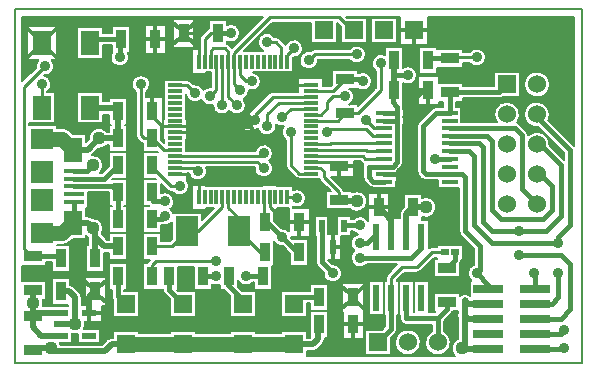
<source format=gtl>
%FSLAX23Y23*%
%MOIN*%
G04 EasyPC Gerber Version 17.0 Build 3379 *
%ADD24R,0.01181X0.04724*%
%ADD75R,0.02000X0.04000*%
%ADD76R,0.02000X0.05000*%
%ADD74R,0.02362X0.08661*%
%ADD25R,0.04724X0.01181*%
%ADD78R,0.05400X0.01200*%
%ADD29R,0.06500X0.01575*%
%ADD73R,0.05000X0.02200*%
%ADD77R,0.02569X0.02362*%
%ADD80R,0.09843X0.02953*%
%ADD22R,0.03543X0.06299*%
%ADD23R,0.06299X0.03543*%
%ADD28R,0.06299X0.08268*%
%ADD81R,0.07480X0.10000*%
%ADD12R,0.06000X0.06000*%
%ADD72R,0.06300X0.06300*%
%ADD26R,0.07480X0.07087*%
%ADD27R,0.07480X0.07480*%
%ADD10C,0.00500*%
%ADD16C,0.01000*%
%ADD107C,0.01200*%
%ADD19C,0.01500*%
%ADD18C,0.02000*%
%ADD15C,0.03600*%
%ADD17C,0.04400*%
%ADD82C,0.05000*%
%ADD13C,0.06000*%
%ADD79R,0.06299X0.07874*%
X0Y0D02*
D02*
D10*
X2599Y55D02*
X4489D01*
Y1236*
X2599*
Y55*
X2624Y328D02*
X2703D01*
Y267*
X2691*
G75*
G02X2692Y245I-32J-13*
G01*
X2713*
Y246*
X2776*
Y251*
X2722*
Y339*
X2782*
Y317*
G75*
G02X2795Y311I-3J-22*
G01*
X2815Y291*
G75*
G02X2821Y275I-16J-16*
G01*
Y251*
X2831*
Y344*
X2901*
Y246*
X2889*
Y194*
X2832*
G75*
G02X2830Y171I-33J-9*
G01*
X2884*
Y124*
X2809*
Y152*
G75*
G02X2788I-11J33*
G01*
Y124*
X2748*
G75*
G02X2751Y117I-29J-19*
G01*
X2890*
X2906Y134*
G75*
G02X2922Y140I16J-16*
G01*
X2925*
Y162*
X3013*
Y155*
X3115*
Y162*
X3203*
Y155*
X3315*
Y162*
X3403*
Y155*
X3485*
Y162*
X3573*
Y140*
X3583*
X3583Y141*
X3582*
Y229*
X3642*
Y141*
X3631*
Y135*
G75*
G02X3625Y119I-23*
G01*
X3608Y102*
G75*
G02X3592Y95I-16J16*
G01*
X3573*
Y80*
X4065*
G75*
G02X4076Y137I24J25*
G01*
Y202*
G75*
G02Y227I22J12*
G01*
Y228*
X4058*
G75*
G02X4053Y221I-19J7*
G01*
X4036Y204*
G75*
G02X4029Y192I-23J6*
G01*
Y162*
G75*
G02X4051Y125I-20J-38*
G01*
G75*
G02X3966I-43*
G01*
G75*
G02X3989Y162I43*
G01*
Y183*
X3904*
G75*
G02X3882Y205J22*
G01*
Y217*
X3880*
Y328*
X3928*
Y227*
X3930*
Y328*
X3978*
Y227*
X3998*
G75*
G02X3999Y228I16J-17*
G01*
X3995*
Y288*
X4083*
Y281*
G75*
G02X4115Y281I16J-16*
G01*
X4115Y281*
Y331*
X4120*
G75*
G02X4129Y384I19J24*
G01*
Y437*
X4085Y481*
G75*
G02X4079Y495I14J14*
G01*
Y641*
X4008*
Y665*
X3969*
G75*
G02X3954Y671J20*
G01*
X3945Y681*
G75*
G02X3939Y695I14J14*
G01*
Y845*
G75*
G02X3945Y859I20*
G01*
X3990Y904*
G75*
G02X4004Y910I14J-14*
G01*
X4026*
Y927*
X4011*
Y916*
X3941*
Y1014*
X4011*
Y988*
X4093*
Y978*
X4196*
Y1027*
X4281*
Y942*
X4225*
G75*
G02X4212Y938I-13J15*
G01*
X4093*
Y927*
X4070*
Y909*
X4087*
Y859*
X4205*
G75*
G02X4239Y927I34J26*
G01*
G75*
G02X4272Y858J-43*
G01*
G75*
G02X4279Y853I-7J-19*
G01*
X4303Y829*
G75*
G02X4309Y815I-14J-14*
G01*
G75*
G02X4381Y781I30J-30*
G01*
X4429Y733*
Y757*
X4343Y843*
G75*
G02X4339Y842I-4J42*
G01*
G75*
G02Y927J43*
G01*
G75*
G02X4377Y865J-43*
G01*
X4463Y779*
G75*
G02X4464Y778I-14J-14*
G01*
Y1211*
X3976*
Y1117*
X3881*
Y1211*
X3702*
X3705Y1207*
X3771*
Y1122*
X3686*
Y1177*
X3672Y1191*
X3671*
Y1122*
X3586*
Y1191*
X3456*
X3362Y1097*
X3426*
G75*
G02X3408Y1125I13J28*
G01*
G75*
G02X3464Y1142I31*
G01*
X3469*
G75*
G02X3481Y1137J-18*
G01*
X3499Y1119*
G75*
G02X3501Y1117I-12J-12*
G01*
G75*
G02X3559Y1105I28J-12*
G01*
G75*
G02X3525Y1075I-31*
G01*
Y1025*
X3393*
G75*
G02X3419Y995I-4J-30*
G01*
G75*
G02X3379Y966I-31*
G01*
G75*
G02X3379Y965I-31J-1*
G01*
G75*
G02X3360Y937I-31*
G01*
G75*
G02X3369Y915I-21J-22*
G01*
G75*
G02X3314Y897I-31*
G01*
G75*
G02X3258Y915I-25J17*
G01*
G75*
G02X3258Y916I31J0*
G01*
G75*
G02X3221Y934I-10J29*
G01*
G75*
G02X3169Y951I-22J21*
G01*
Y868*
X3174*
Y802*
X3169*
Y764*
X3400*
G75*
G02X3459Y755I29J-9*
G01*
G75*
G02X3446Y730I-31*
G01*
G75*
G02X3459Y705I-17J-25*
G01*
G75*
G02X3398I-31*
G01*
G75*
G02X3399Y709I30*
G01*
X3236*
G75*
G02X3239Y695I-27J-14*
G01*
G75*
G02X3179Y689I-31*
G01*
X3174*
Y664*
X3173*
G75*
G02X3179Y645I-24J-19*
G01*
G75*
G02X3124Y627I-31*
G01*
X3119*
G75*
G02X3107Y633J18*
G01*
X3086Y653*
Y622*
G75*
G02X3116Y570I13J-28*
G01*
G75*
G02X3127Y557I-18J-25*
G01*
X3222*
Y532*
X3263Y572*
X3235*
Y567*
X3188*
Y650*
X3235*
Y645*
X3424*
Y650*
X3471*
Y645*
X3525*
Y632*
G75*
G02X3569Y605I14J-27*
G01*
G75*
G02X3525Y578I-31*
G01*
Y574*
X3581*
Y476*
X3519*
G75*
G02X3519Y475I-30J-1*
G01*
G75*
G02X3519Y473I-31J0*
G01*
X3523Y469*
X3576*
Y381*
X3516*
Y420*
X3491Y445*
G75*
G02X3462Y460I-2J30*
G01*
Y381*
X3456*
Y301*
X3395*
Y325*
X3392*
G75*
G02X3342Y331I-23J20*
G01*
Y310*
X3356Y296*
X3403*
Y208*
X3315*
Y281*
X3295Y301*
X3295Y301*
X3281*
Y317*
G75*
G02X3256Y317I-13J28*
G01*
Y301*
X3195*
Y377*
X3142*
Y301*
X3138*
X3143Y296*
X3203*
Y208*
X3115*
Y268*
X3098Y285*
G75*
G02X3092Y299I14J14*
G01*
Y301*
X3025*
Y389*
X3040*
G75*
G02X3043Y394I16J-7*
G01*
X3050Y401*
X3026*
Y489*
X3086*
Y462*
X3115*
X3122Y470*
Y525*
G75*
G02X3092Y515I-23J20*
G01*
G75*
G02X3089Y515I-3J20*
G01*
X3086*
Y491*
X3025*
Y579*
X3047*
G75*
G02X3045Y581I12J16*
G01*
X3025*
Y669*
X3070*
X3068Y671*
X3025*
Y759*
X3077*
X3075Y761*
X3025*
Y788*
G75*
G02X3017Y793I4J17*
G01*
X3007Y803*
G75*
G02X3001Y815I12J12*
G01*
Y960*
G75*
G02X2988Y985I18J25*
G01*
G75*
G02X3049I31*
G01*
G75*
G02X3036Y960I-31*
G01*
Y944*
X3091*
Y846*
X3086*
Y799*
X3096Y789*
Y802*
X3091*
Y868*
X3096*
Y1001*
X3169*
Y1000*
X3171*
G75*
G02X3184Y995J-18*
G01*
X3194Y985*
G75*
G02X3227Y966I5J-30*
G01*
G75*
G02X3253Y975I22J-21*
G01*
Y1025*
X3235*
Y1020*
X3188*
Y1102*
X3214*
Y1135*
G75*
G02X3219Y1147I18*
G01*
X3239Y1167*
G75*
G02X3246Y1172I12J-12*
G01*
Y1199*
X3306*
Y1183*
G75*
G02X3349Y1155I13J-28*
G01*
G75*
G02X3306Y1127I-31*
G01*
Y1121*
G75*
G02X3311Y1117I-7J-16*
G01*
X3322Y1107*
X3426Y1211*
X2624*
Y995*
X2669Y1040*
G75*
G02X2668Y1045I30J5*
G01*
G75*
G02X2677Y1066I31J0*
G01*
X2640*
Y1180*
X2738*
Y1066*
X2721*
G75*
G02X2696Y1015I-22J-21*
G01*
G75*
G02X2706Y960I-7J-30*
G01*
Y959*
X2733*
Y855*
X2646*
Y850*
X2739*
Y840*
X2756*
G75*
G02X2782Y829J-38*
G01*
X2791Y821*
X2835*
Y793*
X2845Y802*
G75*
G02X2844Y805I34J3*
G01*
G75*
G02X2905Y827I35*
G01*
X2911*
Y849*
X2918*
Y851*
X2912*
Y884*
X2893*
Y855*
X2805*
Y959*
X2893*
Y929*
X2912*
Y939*
X2972*
Y851*
X2966*
Y849*
X2972*
Y761*
X2911*
Y782*
X2905*
G75*
G02X2876Y771I-26J23*
G01*
X2857Y751*
G75*
G02X2855Y749I-16J16*
G01*
G75*
G02X2883Y691I4J-34*
G01*
X2889*
X2911Y713*
Y759*
X2972*
Y671*
X2926*
X2924Y669*
X2972*
Y581*
X2962*
Y579*
X2972*
Y491*
X2911*
Y579*
X2922*
Y581*
X2911*
Y625*
X2841*
Y573*
X2835*
Y545*
X2841*
G75*
G02X2856Y539J-23*
G01*
G75*
G02X2889Y488I3J-34*
G01*
Y487*
G75*
G02X2891Y482I-22J-12*
G01*
X2906Y467*
X2912*
Y489*
X2972*
Y401*
X2912*
Y422*
X2896*
Y361*
X2836*
Y449*
X2844*
Y462*
G75*
G02X2841Y475I22J12*
G01*
G75*
G02X2841Y476I26J0*
G01*
G75*
G02X2835Y480I18J29*
G01*
Y469*
X2791*
X2783Y461*
G75*
G02X2756Y450I-27J27*
G01*
X2739*
Y449*
X2782*
Y361*
X2722*
Y392*
X2703*
Y381*
X2624*
Y328*
X2893Y1115D02*
Y1071D01*
X2805*
Y1175*
X2893*
Y1155*
X2922*
Y1179*
X2982*
Y1091*
X2975*
G75*
G02X2979Y1075I-26J-16*
G01*
G75*
G02X2918I-31*
G01*
G75*
G02X2923Y1091I31*
G01*
X2922*
Y1115*
X2893*
X2922Y301D02*
X2911D01*
Y389*
X2972*
Y301*
X2962*
Y296*
X3013*
Y208*
X2925*
Y268*
G75*
G02X2922Y279I17J11*
G01*
Y301*
X3101Y1184D02*
Y1086D01*
X3031*
Y1184*
X3101*
X3197Y1204D02*
Y1106D01*
X3127*
Y1204*
X3197*
X3383Y891D02*
G75*
G02X3387Y896I16J-8D01*
G01*
X3447Y956*
G75*
G02X3459Y961I12J-12*
G01*
X3544*
Y1006*
X3626*
Y980*
X3653*
X3655Y982*
Y1032*
X3743*
Y1022*
X3744*
G75*
G02X3789Y995I15J-27*
G01*
G75*
G02X3740Y971I-31*
G01*
X3714*
G75*
G02X3713Y918I-15J-27*
G01*
X3743*
Y914*
X3789Y959*
G75*
G02X3801Y974I20J-5*
G01*
Y1030*
G75*
G02X3832Y1083I18J25*
G01*
Y1109*
X3892*
Y1040*
G75*
G02X3939Y1015I17J-25*
G01*
G75*
G02X3892Y989I-31*
G01*
Y921*
X3891*
G75*
G02X3894Y910I-17J-11*
G01*
Y902*
G75*
G02Y878I-20J-12*
G01*
Y877*
G75*
G02Y853I-20J-12*
G01*
Y726*
G75*
G02X3888Y712I-20*
G01*
X3874Y698*
Y662*
X3869*
Y641*
X3838*
G75*
G02X3830Y640I-8J18*
G01*
X3794*
G75*
G02X3780Y646J20*
G01*
X3765Y661*
G75*
G02X3759Y675I14J14*
G01*
Y711*
G75*
G02X3761Y720I20*
G01*
G75*
G02X3755Y724I6J16*
G01*
X3750Y729*
X3728*
Y677*
X3652*
X3691Y637*
G75*
G02X3696Y628I-12J-12*
G01*
X3723*
Y625*
G75*
G02X3773Y595I16J-31*
G01*
G75*
G02X3718Y568I-35*
G01*
X3635*
Y628*
X3651*
X3617Y663*
G75*
G02X3613Y669I12J12*
G01*
X3549*
Y670*
X3547*
G75*
G02X3534Y675J18*
G01*
X3507Y703*
G75*
G02X3501Y715I12J12*
G01*
Y800*
G75*
G02X3496Y845I18J25*
G01*
G75*
G02X3469Y852I-7J30*
G01*
G75*
G02X3410Y836I-30J-7*
G01*
G75*
G02X3383Y891I-11J29*
G01*
X3573Y255D02*
Y208D01*
X3485*
Y296*
X3573*
Y295*
X3581*
Y319*
X3642*
Y231*
X3581*
Y255*
X3573*
X3584Y1095D02*
X3587Y1097D01*
G75*
G02X3599Y1102I12J-12*
G01*
X3714*
G75*
G02X3769Y1085I25J-18*
G01*
G75*
G02X3714Y1067I-31*
G01*
X3609*
G75*
G02X3609Y1065I-30J-2*
G01*
G75*
G02X3548I-31*
G01*
G75*
G02X3584Y1095I31*
G01*
X3601Y480D02*
X3599D01*
Y545*
X3644*
Y485*
X3674*
Y545*
X3719*
Y535*
X3726*
G75*
G02X3777Y528I23J-20*
G01*
Y624*
X3847*
Y538*
X3881*
Y553*
G75*
G02X3888Y569I23*
G01*
X3896Y577*
Y619*
X3956*
Y607*
G75*
G02X4003Y575I13J-32*
G01*
G75*
G02X3956Y543I-35*
G01*
Y533*
X3978*
Y439*
G75*
G02X3989Y442I11J-14*
G01*
X4007*
Y449*
X4091*
Y401*
X4086*
Y399*
G75*
G02X4083Y389I-20*
G01*
Y342*
X3995*
Y402*
X4007*
Y407*
X3996*
X3951Y363*
G75*
G02X3939Y357I-12J12*
G01*
X3896*
X3871Y333*
Y328*
X3878*
Y217*
X3874*
Y170*
G75*
G02X3868Y156I-20*
G01*
X3851Y139*
Y82*
X3766*
Y167*
X3823*
X3834Y178*
Y217*
X3830*
Y328*
X3836*
Y340*
G75*
G02X3842Y352I18*
G01*
X3874Y385*
X3772*
G75*
G02X3718Y405I-23J20*
G01*
G75*
G02X3731Y430I31*
G01*
G75*
G02X3743Y485I17J25*
G01*
G75*
G02X3726Y495I5J30*
G01*
X3719*
Y480*
X3686*
Y400*
X3642*
X3657Y385*
G75*
G02X3689Y355I2J-30*
G01*
G75*
G02X3628I-31*
G01*
G75*
G02X3629Y357I31J0*
G01*
X3607Y378*
G75*
G02X3601Y392I14J14*
G01*
Y480*
X3691Y226D02*
X3690D01*
Y324*
X3761*
Y234*
X3761*
Y136*
X3691*
Y226*
X3786Y1122D02*
Y1207D01*
X3871*
Y1122*
X3786*
X3828Y328D02*
Y217D01*
X3780*
Y328*
X3828*
X3951Y125D02*
G75*
G02X3866I-43D01*
G01*
G75*
G02X3951I43*
G01*
X4006Y1041D02*
Y1021D01*
X3946*
Y1109*
X4006*
Y1102*
X4093*
Y1092*
X4114*
G75*
G02X4169Y1075I25J-18*
G01*
G75*
G02X4114Y1057I-31*
G01*
X4093*
Y1041*
X4006*
X4339Y1027D02*
G75*
G02Y942J-43D01*
G01*
G75*
G02Y1027J43*
G01*
X2738Y1112D02*
G36*
Y1066D01*
X2721*
G75*
G02X2722Y1065I-22J-21*
G01*
X2920*
G75*
G02X2918Y1075I29J10*
G01*
G75*
G02X2923Y1091I31*
G01*
X2922*
Y1115*
X2893*
Y1071*
X2805*
Y1112*
X2738*
G37*
X2805D02*
G36*
Y1165D01*
X2738*
Y1112*
X2805*
G37*
X2982D02*
G36*
Y1091D01*
X2975*
G75*
G02X2979Y1075I-26J-16*
G01*
G75*
G02X2978Y1065I-31J0*
G01*
X3188*
Y1102*
X3214*
Y1112*
X3197*
Y1106*
X3127*
Y1112*
X3101*
Y1086*
X3031*
Y1112*
X2982*
G37*
X3031D02*
G36*
Y1165D01*
X2982*
Y1112*
X3031*
G37*
X3127D02*
G36*
Y1165D01*
X3101*
Y1112*
X3127*
G37*
X3214D02*
G36*
Y1135D01*
G75*
G02X3219Y1147I18*
G01*
X3236Y1165*
X3197*
Y1112*
X3214*
G37*
X3559D02*
G36*
G75*
G02X3559Y1105I-30J-7D01*
G01*
G75*
G02X3525Y1075I-31*
G01*
Y1065*
X3548*
G75*
G02X3584Y1095I31*
G01*
X3587Y1097*
G75*
G02X3599Y1102I12J-12*
G01*
X3714*
G75*
G02X3724Y1112I25J-18*
G01*
X3559*
G37*
X3724D02*
G36*
G75*
G02X3754I15J-27D01*
G01*
X4464*
Y1211*
X3976*
Y1117*
X3881*
Y1165*
X3871*
Y1122*
X3786*
Y1165*
X3771*
Y1122*
X3686*
Y1177*
X3672Y1191*
X3671*
Y1122*
X3586*
Y1191*
X3456*
X3362Y1097*
X3426*
G75*
G02X3408Y1125I13J28*
G01*
G75*
G02X3464Y1142I31*
G01*
X3469*
G75*
G02X3481Y1137J-18*
G01*
X3499Y1119*
G75*
G02X3501Y1117I-12J-12*
G01*
G75*
G02X3559Y1112I28J-12*
G01*
X3724*
G37*
X3754D02*
G36*
G75*
G02X3769Y1085I-15J-27D01*
G01*
G75*
G02X3762Y1065I-31*
G01*
X3790*
G75*
G02X3832Y1083I29J-10*
G01*
Y1109*
X3892*
Y1065*
X3946*
Y1109*
X4006*
Y1102*
X4093*
Y1092*
X4114*
G75*
G02X4169Y1075I25J-18*
G01*
G75*
G02X4168Y1065I-31J0*
G01*
X4464*
Y1112*
X3754*
G37*
X2901Y298D02*
G36*
Y246D01*
X2889*
Y194*
X2832*
G75*
G02X2830Y171I-33J-9*
G01*
X2884*
Y124*
X2809*
Y152*
G75*
G02X2788I-11J33*
G01*
Y124*
X2748*
G75*
G02X2751Y117I-29J-19*
G01*
X2890*
X2906Y134*
G75*
G02X2922Y140I16J-16*
G01*
X2925*
Y162*
X3013*
Y155*
X3115*
Y162*
X3203*
Y155*
X3315*
Y162*
X3403*
Y155*
X3485*
Y162*
X3573*
Y140*
X3583*
X3583Y141*
X3582*
Y229*
X3642*
Y141*
X3631*
Y135*
G75*
G02X3629Y125I-23J0*
G01*
X3766*
Y167*
X3823*
X3834Y178*
Y217*
X3830*
Y298*
X3828*
Y217*
X3780*
Y298*
X3761*
Y234*
X3761*
Y136*
X3691*
Y226*
X3690*
Y298*
X3642*
Y231*
X3581*
Y255*
X3573*
Y208*
X3485*
Y296*
X3573*
Y295*
X3581*
Y298*
X3354*
X3356Y296*
X3403*
Y208*
X3315*
Y281*
X3295Y301*
X3295Y301*
X3281*
Y317*
G75*
G02X3256Y317I-13J28*
G01*
Y301*
X3195*
Y377*
X3142*
Y301*
X3138*
X3143Y296*
X3203*
Y208*
X3115*
Y268*
X3098Y285*
G75*
G02X3092Y298I14J14*
G01*
X2962*
Y296*
X3013*
Y208*
X2925*
Y268*
G75*
G02X2922Y279I17J11*
G01*
Y298*
X2901*
G37*
X2922D02*
G36*
Y301D01*
X2911*
Y389*
X2972*
Y301*
X2962*
Y298*
X3092*
G75*
G02X3092Y299I20J1*
G01*
Y301*
X3025*
Y389*
X3040*
G75*
G02X3043Y394I16J-7*
G01*
X3050Y401*
X3026*
Y489*
X3086*
Y462*
X3115*
X3122Y470*
Y525*
G75*
G02X3092Y515I-23J20*
G01*
G75*
G02X3089Y515I-3J20*
G01*
X3086*
Y491*
X3025*
Y579*
X3047*
G75*
G02X3045Y581I12J16*
G01*
X3025*
Y669*
X3070*
X3068Y671*
X3025*
Y759*
X3077*
X3075Y761*
X3025*
Y788*
G75*
G02X3017Y793I4J17*
G01*
X3007Y803*
G75*
G02X3001Y815I12J12*
G01*
Y960*
G75*
G02X2988Y985I18J25*
G01*
G75*
G02X3049I31*
G01*
G75*
G02X3036Y960I-31*
G01*
Y944*
X3091*
Y846*
X3086*
Y799*
X3096Y789*
Y802*
X3091*
Y868*
X3096*
Y1001*
X3169*
Y1000*
X3171*
G75*
G02X3184Y995J-18*
G01*
X3194Y985*
G75*
G02X3227Y966I5J-30*
G01*
G75*
G02X3253Y975I22J-21*
G01*
Y1025*
X3235*
Y1020*
X3188*
Y1065*
X2978*
G75*
G02X2920I-29J10*
G01*
X2722*
G75*
G02X2696Y1015I-23J-20*
G01*
G75*
G02X2706Y960I-7J-30*
G01*
Y959*
X2733*
Y855*
X2646*
Y850*
X2739*
Y840*
X2756*
G75*
G02X2782Y829J-38*
G01*
X2791Y821*
X2835*
Y793*
X2845Y802*
G75*
G02X2844Y805I34J3*
G01*
G75*
G02X2905Y827I35*
G01*
X2911*
Y849*
X2918*
Y851*
X2912*
Y884*
X2893*
Y855*
X2805*
Y959*
X2893*
Y929*
X2912*
Y939*
X2972*
Y851*
X2966*
Y849*
X2972*
Y761*
X2911*
Y782*
X2905*
G75*
G02X2876Y771I-26J23*
G01*
X2857Y751*
G75*
G02X2855Y749I-16J16*
G01*
G75*
G02X2883Y691I4J-34*
G01*
X2889*
X2911Y713*
Y759*
X2972*
Y671*
X2926*
X2924Y669*
X2972*
Y581*
X2962*
Y579*
X2972*
Y491*
X2911*
Y579*
X2922*
Y581*
X2911*
Y625*
X2841*
Y573*
X2835*
Y545*
X2841*
G75*
G02X2856Y539J-23*
G01*
G75*
G02X2889Y488I3J-34*
G01*
Y487*
G75*
G02X2891Y482I-22J-12*
G01*
X2906Y467*
X2912*
Y489*
X2972*
Y401*
X2912*
Y422*
X2896*
Y361*
X2836*
Y449*
X2844*
Y462*
G75*
G02X2841Y475I22J12*
G01*
G75*
G02X2841Y476I26J0*
G01*
G75*
G02X2835Y480I18J29*
G01*
Y469*
X2791*
X2783Y461*
G75*
G02X2756Y450I-27J27*
G01*
X2739*
Y449*
X2782*
Y361*
X2722*
Y392*
X2703*
Y381*
X2624*
Y328*
X2703*
Y267*
X2691*
G75*
G02X2692Y245I-32J-13*
G01*
X2713*
Y246*
X2776*
Y251*
X2722*
Y339*
X2782*
Y317*
G75*
G02X2795Y311I-3J-22*
G01*
X2815Y291*
G75*
G02X2821Y275I-16J-16*
G01*
Y251*
X2831*
Y344*
X2901*
Y298*
X2922*
G37*
X3581D02*
G36*
Y319D01*
X3642*
Y298*
X3690*
Y324*
X3761*
Y298*
X3780*
Y328*
X3828*
Y298*
X3830*
Y328*
X3836*
Y340*
G75*
G02X3842Y352I18*
G01*
X3874Y385*
X3772*
G75*
G02X3718Y405I-23J20*
G01*
G75*
G02X3731Y430I31*
G01*
G75*
G02X3743Y485I17J25*
G01*
G75*
G02X3726Y495I5J30*
G01*
X3719*
Y480*
X3686*
Y400*
X3642*
X3657Y385*
G75*
G02X3689Y355I2J-30*
G01*
G75*
G02X3628I-31*
G01*
G75*
G02X3629Y357I31J0*
G01*
X3607Y378*
G75*
G02X3601Y392I14J14*
G01*
Y480*
X3599*
Y545*
X3644*
Y485*
X3674*
Y545*
X3719*
Y535*
X3726*
G75*
G02X3777Y528I23J-20*
G01*
Y624*
X3847*
Y538*
X3881*
Y553*
G75*
G02X3888Y569I23*
G01*
X3896Y577*
Y619*
X3956*
Y607*
G75*
G02X4003Y575I13J-32*
G01*
G75*
G02X3956Y543I-35*
G01*
Y533*
X3978*
Y439*
G75*
G02X3989Y442I11J-14*
G01*
X4007*
Y449*
X4091*
Y401*
X4086*
Y399*
G75*
G02X4083Y389I-20*
G01*
Y342*
X3995*
Y402*
X4007*
Y407*
X3996*
X3951Y363*
G75*
G02X3939Y357I-12J12*
G01*
X3896*
X3871Y333*
Y328*
X3878*
Y298*
X3880*
Y328*
X3928*
Y227*
X3930*
Y328*
X3978*
Y227*
X3998*
G75*
G02X3999Y228I16J-17*
G01*
X3995*
Y288*
X4083*
Y281*
G75*
G02X4115Y281I16J-16*
G01*
X4115Y281*
Y331*
X4120*
G75*
G02X4129Y384I19J24*
G01*
Y437*
X4085Y481*
G75*
G02X4079Y495I14J14*
G01*
Y641*
X4008*
Y665*
X3969*
G75*
G02X3954Y671J20*
G01*
X3945Y681*
G75*
G02X3939Y695I14J14*
G01*
Y835*
X3894*
Y726*
G75*
G02X3888Y712I-20*
G01*
X3874Y698*
Y662*
X3869*
Y641*
X3838*
G75*
G02X3830Y640I-8J18*
G01*
X3794*
G75*
G02X3780Y646J20*
G01*
X3765Y661*
G75*
G02X3759Y675I14J14*
G01*
Y711*
G75*
G02X3761Y720I20*
G01*
G75*
G02X3755Y724I6J16*
G01*
X3750Y729*
X3728*
Y677*
X3652*
X3691Y637*
G75*
G02X3696Y628I-12J-12*
G01*
X3723*
Y625*
G75*
G02X3773Y595I16J-31*
G01*
G75*
G02X3718Y568I-35*
G01*
X3635*
Y628*
X3651*
X3617Y663*
G75*
G02X3613Y669I12J12*
G01*
X3549*
Y670*
X3547*
G75*
G02X3534Y675J18*
G01*
X3507Y703*
G75*
G02X3501Y715I12J12*
G01*
Y800*
G75*
G02X3496Y845I18J25*
G01*
G75*
G02X3469Y852I-7J30*
G01*
G75*
G02X3410Y836I-30J-7*
G01*
G75*
G02X3395Y835I-11J29*
G01*
X3174*
Y802*
X3169*
Y764*
X3400*
G75*
G02X3459Y755I29J-9*
G01*
G75*
G02X3446Y730I-31*
G01*
G75*
G02X3459Y705I-17J-25*
G01*
G75*
G02X3398I-31*
G01*
G75*
G02X3399Y709I30*
G01*
X3236*
G75*
G02X3239Y695I-27J-14*
G01*
G75*
G02X3179Y689I-31*
G01*
X3174*
Y664*
X3173*
G75*
G02X3179Y645I-24J-19*
G01*
G75*
G02X3124Y627I-31*
G01*
X3119*
G75*
G02X3107Y633J18*
G01*
X3086Y653*
Y622*
G75*
G02X3116Y570I13J-28*
G01*
G75*
G02X3127Y557I-18J-25*
G01*
X3222*
Y532*
X3263Y572*
X3235*
Y567*
X3188*
Y650*
X3235*
Y645*
X3424*
Y650*
X3471*
Y645*
X3525*
Y632*
G75*
G02X3569Y605I14J-27*
G01*
G75*
G02X3525Y578I-31*
G01*
Y574*
X3581*
Y476*
X3519*
G75*
G02X3519Y475I-30J-1*
G01*
G75*
G02X3519Y473I-31J0*
G01*
X3523Y469*
X3576*
Y381*
X3516*
Y420*
X3491Y445*
G75*
G02X3462Y460I-2J30*
G01*
Y381*
X3456*
Y301*
X3395*
Y325*
X3392*
G75*
G02X3342Y331I-23J20*
G01*
Y310*
X3354Y298*
X3581*
G37*
X3878D02*
G36*
Y217D01*
X3874*
Y170*
G75*
G02X3868Y156I-20*
G01*
X3851Y139*
Y125*
X3866*
G75*
G02X3951I43*
G01*
X3966*
G75*
G02X3989Y162I43*
G01*
Y183*
X3904*
G75*
G02X3882Y205J22*
G01*
Y217*
X3880*
Y298*
X3878*
G37*
X3395Y835D02*
G36*
G75*
G02X3383Y891I4J30D01*
G01*
G75*
G02X3387Y896I16J-8*
G01*
X3447Y956*
G75*
G02X3459Y961I12J-12*
G01*
X3544*
Y985*
X3418*
G75*
G02X3379Y966I-29J10*
G01*
G75*
G02X3379Y965I-31J-1*
G01*
G75*
G02X3360Y937I-31*
G01*
G75*
G02X3369Y915I-21J-22*
G01*
G75*
G02X3314Y897I-31*
G01*
G75*
G02X3258Y915I-25J17*
G01*
G75*
G02X3258Y916I31J0*
G01*
G75*
G02X3221Y934I-10J29*
G01*
G75*
G02X3169Y951I-22J21*
G01*
Y868*
X3174*
Y835*
X3395*
G37*
X3939D02*
G36*
Y845D01*
G75*
G02X3945Y859I20*
G01*
X3990Y904*
G75*
G02X4004Y910I14J-14*
G01*
X4026*
Y927*
X4011*
Y916*
X3941*
Y985*
X3914*
G75*
G02X3892Y989I-6J30*
G01*
Y921*
X3891*
G75*
G02X3894Y910I-17J-11*
G01*
Y902*
G75*
G02Y878I-20J-12*
G01*
Y877*
G75*
G02Y853I-20J-12*
G01*
Y835*
X3939*
G37*
X2805Y1165D02*
G36*
Y1175D01*
X2893*
Y1155*
X2922*
Y1179*
X2982*
Y1165*
X3031*
Y1184*
X3101*
Y1165*
X3127*
Y1204*
X3197*
Y1165*
X3236*
X3239Y1167*
G75*
G02X3246Y1172I12J-12*
G01*
Y1199*
X3306*
Y1183*
G75*
G02X3349Y1155I13J-28*
G01*
G75*
G02X3306Y1127I-31*
G01*
Y1121*
G75*
G02X3311Y1117I-7J-16*
G01*
X3322Y1107*
X3426Y1211*
X2624*
Y995*
X2669Y1040*
G75*
G02X2668Y1045I30J5*
G01*
G75*
G02X2677Y1066I31J0*
G01*
X2640*
Y1180*
X2738*
Y1165*
X2805*
G37*
X3786D02*
G36*
Y1207D01*
X3871*
Y1165*
X3881*
Y1211*
X3702*
X3705Y1207*
X3771*
Y1165*
X3786*
G37*
X3629Y125D02*
G36*
G75*
G02X3625Y119I-20J10D01*
G01*
X3608Y102*
G75*
G02X3592Y95I-16J16*
G01*
X3573*
Y80*
X4065*
G75*
G02X4076Y137I24J25*
G01*
Y202*
G75*
G02Y227I22J12*
G01*
Y228*
X4058*
G75*
G02X4053Y221I-19J7*
G01*
X4036Y204*
G75*
G02X4029Y192I-23J6*
G01*
Y162*
G75*
G02X4051Y125I-20J-38*
G01*
G75*
G02X3966I-43*
G01*
X3951*
G75*
G02X3866I-43*
G01*
X3851*
Y82*
X3766*
Y125*
X3629*
G37*
X3525Y1065D02*
G36*
Y1025D01*
X3393*
G75*
G02X3419Y995I-4J-30*
G01*
G75*
G02X3418Y985I-31J0*
G01*
X3544*
Y1006*
X3626*
Y980*
X3653*
X3655Y982*
Y1032*
X3743*
Y1022*
X3744*
G75*
G02X3789Y995I15J-27*
G01*
G75*
G02X3740Y971I-31*
G01*
X3714*
G75*
G02X3713Y918I-15J-27*
G01*
X3743*
Y914*
X3789Y959*
G75*
G02X3801Y974I20J-5*
G01*
Y1030*
G75*
G02X3790Y1065I18J25*
G01*
X3762*
G75*
G02X3714Y1067I-23J20*
G01*
X3609*
G75*
G02X3609Y1065I-30J-2*
G01*
G75*
G02X3548I-31*
G01*
X3525*
G37*
X3892D02*
G36*
Y1040D01*
G75*
G02X3939Y1015I17J-25*
G01*
G75*
G02X3914Y985I-31*
G01*
X3941*
Y1014*
X4011*
Y988*
X4093*
Y978*
X4196*
Y1027*
X4281*
Y985*
X4296*
G75*
G02X4339Y1027I43*
G01*
G75*
G02X4381Y985J-43*
G01*
X4464*
Y1065*
X4168*
G75*
G02X4114Y1057I-29J10*
G01*
X4093*
Y1041*
X4006*
Y1021*
X3946*
Y1065*
X3892*
G37*
X4281Y985D02*
G36*
Y942D01*
X4225*
G75*
G02X4212Y938I-13J15*
G01*
X4093*
Y927*
X4070*
Y909*
X4087*
Y859*
X4205*
G75*
G02X4239Y927I34J26*
G01*
G75*
G02X4272Y858J-43*
G01*
G75*
G02X4279Y853I-7J-19*
G01*
X4303Y829*
G75*
G02X4309Y815I-14J-14*
G01*
G75*
G02X4381Y781I30J-30*
G01*
X4429Y733*
Y757*
X4343Y843*
G75*
G02X4339Y842I-4J42*
G01*
G75*
G02Y927J43*
G01*
G75*
G02X4377Y865J-43*
G01*
X4463Y779*
G75*
G02X4464Y778I-14J-14*
G01*
Y985*
X4381*
G75*
G02X4339Y942I-43*
G01*
G75*
G02X4296Y985J43*
G01*
X4281*
G37*
X3462Y530D02*
X3487Y505D01*
G75*
G02X3511Y496I2J-30*
G01*
Y572*
X3471*
Y567*
X3462*
Y530*
G36*
X3487Y505*
G75*
G02X3511Y496I2J-30*
G01*
Y572*
X3471*
Y567*
X3462*
Y530*
G37*
D02*
D12*
X3629Y1165D03*
X3729D03*
X3809Y125D03*
X3829Y1165D03*
X3929D03*
X4239Y985D03*
D02*
D13*
X3909Y125D03*
X4009D03*
X4239Y585D03*
Y685D03*
Y785D03*
Y885D03*
X4339Y585D03*
Y685D03*
Y785D03*
Y885D03*
Y985D03*
D02*
D15*
X2689D03*
X2699Y1045D03*
X2949Y1075D03*
X3019Y985D03*
X3099Y545D03*
Y595D03*
X3149Y645D03*
X3199Y955D03*
X3209Y695D03*
X3249Y945D03*
X3269Y345D03*
Y395D03*
X3289Y915D03*
X3319Y1155D03*
X3339Y915D03*
X3349Y965D03*
X3369Y345D03*
X3389Y995D03*
X3399Y865D03*
X3429Y705D03*
Y755D03*
X3439Y845D03*
Y1125D03*
X3489Y475D03*
Y875D03*
X3519Y825D03*
X3529Y1105D03*
X3539Y605D03*
X3579Y1065D03*
X3639Y825D03*
X3659Y355D03*
X3699Y945D03*
X3739Y1085D03*
X3749Y405D03*
Y455D03*
Y515D03*
X3759Y995D03*
X3769Y865D03*
X3819Y1055D03*
X3909Y1015D03*
X3999Y735D03*
X4139Y355D03*
Y1075D03*
X4279Y415D03*
Y495D03*
X4329Y355D03*
X4409D03*
Y455D03*
X4429Y105D03*
Y165D03*
D02*
D16*
X2659Y412D02*
X2649D01*
X2639Y422*
X2649Y415*
X2629Y435*
Y975*
X2699Y1045*
X2689Y985D02*
Y907D01*
X3056Y345D02*
Y382D01*
X3069Y395*
X3269*
X3056Y715D02*
Y708D01*
X3119Y645*
X3149*
X3056Y805D02*
X3029D01*
X3019Y815*
Y985*
X3056Y445D02*
X3122D01*
X3172Y495*
X3133Y687D02*
X3178D01*
X3180Y685*
X3133Y707D02*
X3197D01*
X3209Y695*
X3133Y727D02*
X3407D01*
X3429Y705*
X3133Y746D02*
X3420D01*
X3429Y755*
X3133Y766D02*
X3095D01*
X3056Y805*
X3133Y825D02*
X3179D01*
X3189Y835*
X3179Y845*
X3133*
X3089*
X3059Y875*
X3056Y895*
X3133Y983D02*
X3171D01*
X3199Y955*
X3211Y609D02*
Y653D01*
X3209Y655*
X3211Y1061D02*
Y1135D01*
X3191Y1155*
X3162*
X3231Y1061D02*
Y1135D01*
X3251Y1155*
X3276*
X3251Y1061D02*
Y1097D01*
X3259Y1105*
X3299*
X3310Y1094*
Y1061*
X3270D02*
Y966D01*
X3249Y945*
X3290Y609D02*
Y575D01*
X3210Y495*
X3172*
X3290Y1061D02*
Y916D01*
X3289Y915*
X3310Y609D02*
Y574D01*
X3346Y538*
Y495*
X3310Y1061D02*
Y944D01*
X3339Y915*
X3329Y1061D02*
Y1089D01*
X3449Y1209*
X3679*
X3723Y1165*
X3729*
X3329Y1061D02*
X3329D01*
Y985*
X3348Y965*
Y965*
X3349*
X3349Y1061D02*
Y1015D01*
X3369Y995*
X3389*
X3428Y609D02*
Y529D01*
X3432Y525*
Y425D02*
X3416D01*
X3346Y495*
X3448Y609D02*
Y576D01*
X3499Y525*
X3546*
X3487Y1061D02*
Y1107D01*
X3469Y1125*
X3439*
X3489Y875D02*
X3490D01*
X3519Y904*
X3507Y609D02*
X3535D01*
X3539Y605*
X3507Y1061D02*
Y1083D01*
X3529Y1105*
X3519Y825D02*
Y715D01*
X3547Y687*
X3585*
Y707D02*
X3617D01*
X3629Y695*
Y675*
X3679Y625*
Y598*
X3585Y727D02*
X3664D01*
X3679Y712*
X3585Y746D02*
X3758D01*
X3767Y737*
X3830*
X3585Y766D02*
X3768D01*
X3772Y762*
X3830*
X3585Y864D02*
X3676D01*
X3699Y888*
X3585Y884D02*
X3618D01*
X3639Y905*
Y925*
X3659Y945*
X3699*
X3585Y904D02*
X3519D01*
X3585Y924D02*
X3478D01*
X3439Y885*
Y845*
X3585Y943D02*
X3459D01*
X3399Y883*
Y865*
X3585Y963D02*
X3660D01*
X3699Y1002*
X3585Y983D02*
X3541D01*
X3539Y985*
X3699Y888D02*
X3742D01*
X3809Y955*
X3739Y1085D02*
X3599D01*
X3579Y1065*
X3819Y1055D02*
Y965D01*
X3809Y955*
X3830Y788D02*
X3652D01*
X3649Y785*
X3648Y786*
X3585*
X3830Y813D02*
X3791D01*
X3769Y835*
X3649*
X3639Y825*
X3830Y839D02*
X3795D01*
X3769Y865*
X4032Y425D02*
X3989D01*
X3939Y375*
X3889*
X3854Y340*
Y273*
X4139Y1075D02*
X4066D01*
X4062Y1072*
X4049*
D02*
D17*
X2659Y255D03*
X2719Y105D03*
X2799Y185D03*
X2859Y505D03*
Y715D03*
X2879Y805D03*
X3739Y595D03*
X3969Y575D03*
X4089Y105D03*
D02*
D18*
X2659Y98D02*
Y105D01*
X2719*
X2659Y255D02*
Y212D01*
Y298D02*
Y255D01*
X2751Y147D02*
X2686D01*
X2659Y175*
Y212*
X2751Y185D02*
X2799D01*
X2751Y222D02*
X2669D01*
X2659Y212*
X2752Y295D02*
X2779D01*
X2799Y275*
Y185*
X2791Y523D02*
X2841D01*
X2859Y505*
X2791Y767D02*
X2841D01*
X2879Y805*
X2847Y222D02*
Y276D01*
X2866Y295*
X2849Y907D02*
X2930D01*
X2942Y895*
X2866Y405D02*
Y475D01*
Y498*
X2859Y505*
X2942Y805D02*
X2879D01*
X2942D02*
Y895D01*
X2942Y895*
Y445D02*
X2896D01*
X2866Y475*
X2969Y118D02*
X2922D01*
X2899Y95*
X2729*
X2719Y105*
X3529Y118D02*
X3592D01*
X3609Y135*
Y182*
X3612Y185*
X3679Y598D02*
Y595D01*
X3739*
X3854Y477D02*
Y533D01*
X3812Y575*
X3862Y1065D02*
Y965D01*
X3904Y477D02*
Y553D01*
X3926Y575*
X3969*
X4099Y215D02*
Y105D01*
X4089*
X4177Y104D02*
X4090D01*
X4089Y105*
X4177Y204D02*
X4110D01*
X4099Y215*
X4177Y254D02*
X4110D01*
X4099Y265*
Y215*
D02*
D19*
X2659Y412D02*
X2746D01*
X2752Y405*
X2796Y594D02*
Y528D01*
X2791Y523*
X2796Y645D02*
X2922D01*
X2942Y625*
X2796Y671D02*
X2897D01*
X2942Y715*
X2796Y696D02*
X2840D01*
X2859Y715*
X2942Y345D02*
Y279D01*
X2969Y252*
X2942Y625D02*
Y535D01*
X2949Y1075D02*
Y1132D01*
X2952Y1135*
X2861*
X2849Y1123*
X3056Y535D02*
X3089D01*
X3099Y545*
X3056Y625D02*
X3059D01*
Y595*
X3099*
X3112Y345D02*
Y299D01*
X3159Y252*
X3226Y345D02*
X3269D01*
X3276Y1155D02*
X3319D01*
X3359Y252D02*
Y265D01*
X3309Y315*
Y355*
X3312Y352*
Y345*
X3426D02*
X3369D01*
X3432Y525D02*
X3439D01*
X3489Y475*
X3546Y425D02*
X3539D01*
X3489Y475*
X3612Y275D02*
X3552D01*
X3529Y252*
X3621Y512D02*
Y392D01*
X3659Y355*
X3696Y512D02*
X3699Y515D01*
X3749*
X3699Y1002D02*
X3759D01*
Y995*
X3749Y405D02*
X3919D01*
X3954Y440*
Y477*
X3804D02*
X3794D01*
X3772Y455*
X3749*
X3830Y685D02*
X3899D01*
X3929Y715*
Y935*
X3959Y965*
X3976*
X3830Y711D02*
X3779D01*
Y675*
X3794Y660*
X3830*
Y864D02*
X3874D01*
X3874Y865*
X3830Y890D02*
X3874D01*
X3854Y273D02*
Y170D01*
X3809Y125*
X3862Y965D02*
Y1015D01*
X3909*
X3874Y865D02*
Y726D01*
X3859Y711*
X3830*
X3874Y890D02*
Y910D01*
X3859Y925*
Y962*
X3862Y965*
X3874Y890D02*
Y865D01*
X3904Y273D02*
Y205D01*
X4009*
X4014Y210*
X4009Y125D02*
Y205D01*
X4014Y210*
X4039Y235*
Y258*
X4048Y685D02*
X4089D01*
X4099Y675*
Y495*
X4149Y445*
Y365*
X4139Y355*
X4048Y685D02*
X3999D01*
X3969*
X3959Y695*
Y845*
X4004Y890*
X4048*
Y737D02*
X4001D01*
X3999Y735*
X4048Y762D02*
X4112D01*
X4129Y745*
Y515*
X4189Y455*
X4409*
X4048Y788D02*
X4146D01*
X4159Y775*
Y525*
X4189Y495*
X4279*
X4048Y813D02*
X4171D01*
X4189Y795*
Y565*
X4219Y535*
X4359*
X4389Y565*
Y645*
X4349Y685*
X4339*
X4048Y839D02*
X4265D01*
X4289Y815*
Y635*
X4339Y585*
X4048Y890D02*
Y957D01*
X4049Y958*
X4212*
X4239Y985*
X4049Y1072D02*
X3983D01*
X3976Y1065*
X4066Y425D02*
Y399D01*
X4039Y372*
X4177Y304D02*
Y317D01*
X4139Y355*
X4279Y495D02*
X4369D01*
X4419Y545*
Y715*
X4349Y785*
X4339*
X4334Y104D02*
X4428D01*
X4429Y105*
X4334Y154D02*
X4418D01*
X4429Y165*
X4334Y204D02*
X4418D01*
X4449Y235*
Y385*
X4419Y415*
X4279*
X4334Y254D02*
X4388D01*
X4409Y275*
Y355*
X4334Y304D02*
Y350D01*
X4329Y355*
X4409Y455D02*
Y475D01*
X4449Y515*
Y765*
X4339Y875*
Y885*
D02*
D22*
X2752Y295D03*
X2752Y405D03*
X2866Y295D03*
X2866Y405D03*
X2942Y345D03*
Y535D03*
Y625D03*
Y715D03*
Y805D03*
X2942Y445D03*
Y895D03*
X2952Y1135D03*
X3056Y345D03*
Y535D03*
Y625D03*
Y715D03*
Y805D03*
X3056Y445D03*
Y895D03*
X3066Y1135D03*
X3112Y345D03*
X3162Y1155D03*
X3226Y345D03*
X3276Y1155D03*
X3312Y345D03*
X3426D03*
X3432Y425D03*
Y525D03*
X3546Y425D03*
Y525D03*
X3612Y275D03*
X3612Y185D03*
X3726Y275D03*
X3726Y185D03*
X3812Y575D03*
X3862Y965D03*
Y1065D03*
X3926Y575D03*
X3976Y965D03*
Y1065D03*
D02*
D23*
X2659Y98D03*
Y212D03*
Y298D03*
Y412D03*
X3679Y598D03*
Y712D03*
X3699Y888D03*
Y1002D03*
X4039Y258D03*
Y372D03*
X4049Y958D03*
Y1072D03*
D02*
D24*
X3211Y609D03*
Y1061D03*
X3231Y609D03*
Y1061D03*
X3251Y609D03*
Y1061D03*
X3270Y609D03*
Y1061D03*
X3290Y609D03*
Y1061D03*
X3310Y609D03*
Y1061D03*
X3329Y609D03*
Y1061D03*
X3349Y609D03*
Y1061D03*
X3369Y609D03*
Y1061D03*
X3388Y609D03*
Y1061D03*
X3408Y609D03*
Y1061D03*
X3428Y609D03*
Y1061D03*
X3448Y609D03*
Y1061D03*
X3467Y609D03*
Y1061D03*
X3487Y609D03*
Y1061D03*
X3507Y609D03*
Y1061D03*
D02*
D25*
X3133Y687D03*
Y707D03*
Y727D03*
Y746D03*
Y766D03*
Y786D03*
Y805D03*
Y825D03*
Y845D03*
Y864D03*
Y884D03*
Y904D03*
Y924D03*
Y943D03*
Y963D03*
Y983D03*
X3585Y687D03*
Y707D03*
Y727D03*
Y746D03*
Y766D03*
Y786D03*
Y805D03*
Y825D03*
Y845D03*
Y864D03*
Y884D03*
Y904D03*
Y924D03*
Y943D03*
Y963D03*
Y983D03*
D02*
D26*
X2689Y488D03*
Y802D03*
D02*
D27*
Y598D03*
Y692D03*
D02*
D28*
X2791Y523D03*
Y767D03*
D02*
D29*
X2796Y594D03*
Y619D03*
Y645D03*
Y671D03*
Y696D03*
D02*
D72*
X2969Y118D03*
Y252D03*
X3159Y118D03*
Y252D03*
X3359Y118D03*
Y252D03*
X3529Y118D03*
Y252D03*
D02*
D73*
X2751Y147D03*
Y185D03*
Y222D03*
X2847Y147D03*
Y222D03*
D02*
D74*
X3804Y273D03*
Y477D03*
X3854Y273D03*
Y477D03*
X3904Y273D03*
Y477D03*
X3954Y273D03*
Y477D03*
D02*
D75*
X3621Y512D03*
X3696D03*
D02*
D76*
X3659Y442D03*
D02*
D77*
X4032Y425D03*
X4066D03*
D02*
D78*
X3830Y660D03*
Y685D03*
Y711D03*
Y737D03*
Y762D03*
Y788D03*
Y813D03*
Y839D03*
Y864D03*
Y890D03*
X4048Y660D03*
Y685D03*
Y711D03*
Y737D03*
Y762D03*
Y788D03*
Y813D03*
Y839D03*
Y864D03*
Y890D03*
D02*
D79*
X2689Y907D03*
Y1123D03*
X2849Y907D03*
Y1123D03*
D02*
D80*
X4177Y104D03*
Y154D03*
Y204D03*
Y254D03*
Y304D03*
X4334Y104D03*
Y154D03*
Y204D03*
Y254D03*
Y304D03*
D02*
D81*
X3172Y495D03*
X3346D03*
D02*
D82*
X2689Y488D02*
X2756D01*
X2791Y523*
X2689Y802D02*
X2756D01*
X2791Y767*
X2969Y118D02*
X3159D01*
X3359*
X3529*
D02*
D107*
X2662Y1096D02*
X2636Y1071D01*
X2662Y1150D02*
X2636Y1176D01*
X2716Y1096D02*
X2741Y1071D01*
X2716Y1150D02*
X2741Y1176D01*
X2847Y217D02*
Y190D01*
X2852Y281D02*
X2827Y256D01*
X2852Y308D02*
X2827Y334D01*
X2866Y222D02*
X2893D01*
X2879Y281D02*
X2905Y256D01*
X2879Y308D02*
X2905Y334D01*
X3055Y1135D02*
X3028D01*
X3056Y920D02*
Y947D01*
X3066Y1109D02*
Y1082D01*
Y1160D02*
Y1187D01*
X3078Y1135D02*
X3105D01*
X3148Y1141D02*
X3123Y1116D01*
X3148Y1168D02*
X3123Y1194D01*
X3175Y1141D02*
X3201Y1116D01*
X3175Y1168D02*
X3201Y1194D01*
X3534Y525D02*
X3507D01*
X3546Y499D02*
Y472D01*
X3558Y525D02*
X3585D01*
X3659Y423D02*
Y396D01*
Y461D02*
Y488D01*
X3663Y442D02*
X3690D01*
X3679Y700D02*
Y673D01*
X3704Y712D02*
X3731D01*
X3712Y261D02*
X3687Y236D01*
X3712Y288D02*
X3687Y314D01*
X3714Y185D02*
X3687D01*
X3726Y159D02*
Y132D01*
X3738Y185D02*
X3765D01*
X3739Y261D02*
X3764Y236D01*
X3739Y288D02*
X3764Y314D01*
X3800Y575D02*
X3773D01*
X3812Y600D02*
Y627D01*
X3824Y575D02*
X3851D01*
X3851Y685D02*
X3878D01*
X3854Y515D02*
Y542D01*
X3905Y1165D02*
X3878D01*
X3929Y1141D02*
Y1114D01*
X3953Y1165D02*
X3980D01*
X3964Y965D02*
X3937D01*
X3976Y939D02*
Y912D01*
X0Y0D02*
M02*

</source>
